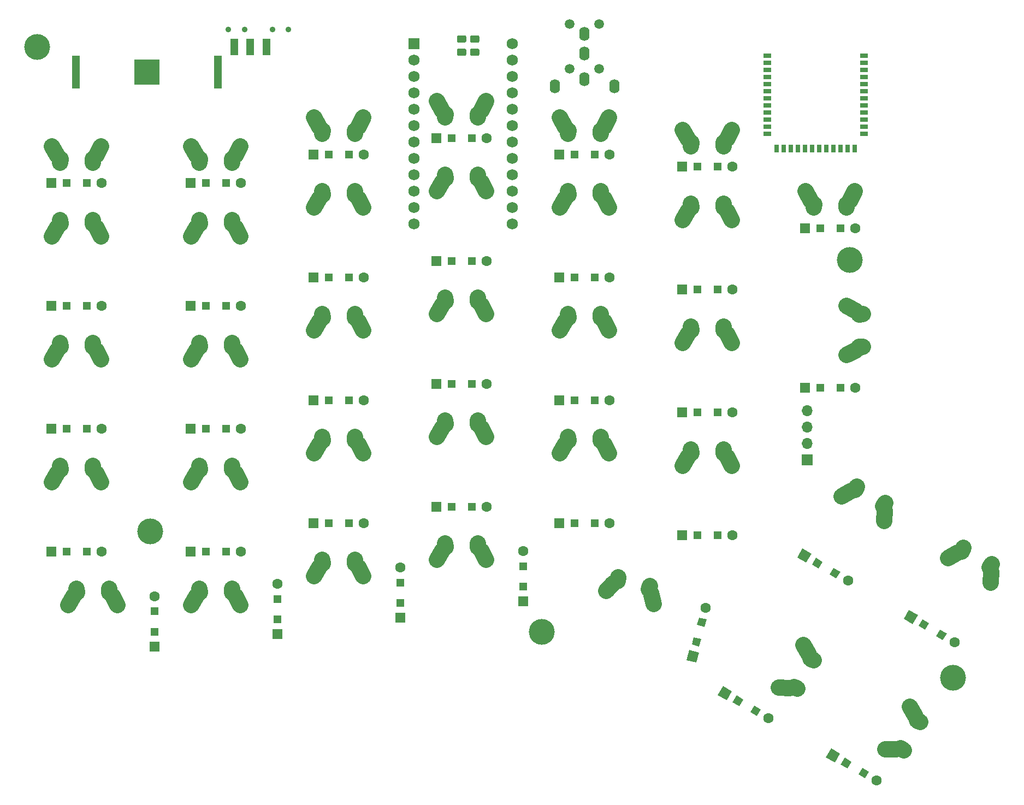
<source format=gbs>
G04 #@! TF.GenerationSoftware,KiCad,Pcbnew,5.1.5-52549c5~84~ubuntu18.04.1*
G04 #@! TF.CreationDate,2020-04-02T09:30:30-07:00*
G04 #@! TF.ProjectId,redox_rev1,7265646f-785f-4726-9576-312e6b696361,1.0*
G04 #@! TF.SameCoordinates,Original*
G04 #@! TF.FileFunction,Soldermask,Bot*
G04 #@! TF.FilePolarity,Negative*
%FSLAX46Y46*%
G04 Gerber Fmt 4.6, Leading zero omitted, Abs format (unit mm)*
G04 Created by KiCad (PCBNEW 5.1.5-52549c5~84~ubuntu18.04.1) date 2020-04-02 09:30:30*
%MOMM*%
%LPD*%
G04 APERTURE LIST*
%ADD10C,2.500000*%
%ADD11R,1.198880X0.698500*%
%ADD12R,0.698500X1.198880*%
%ADD13C,4.000000*%
%ADD14O,1.700000X1.700000*%
%ADD15R,1.700000X1.700000*%
%ADD16R,1.200000X1.200000*%
%ADD17C,1.600000*%
%ADD18R,1.600000X1.600000*%
%ADD19C,0.100000*%
%ADD20C,0.900000*%
%ADD21R,1.250000X2.500000*%
%ADD22O,1.600000X2.200000*%
%ADD23C,1.500000*%
%ADD24R,1.752600X1.752600*%
%ADD25C,1.752600*%
%ADD26R,1.270000X5.080000*%
%ADD27R,3.960000X3.960000*%
G04 APERTURE END LIST*
D10*
X134619724Y-67309328D02*
X134580276Y-66730672D01*
X129080453Y-66229954D02*
X128269547Y-64770046D01*
X135079547Y-66229954D02*
X135890453Y-64770046D01*
X129540276Y-67309328D02*
X129579724Y-66730672D01*
D11*
X213492080Y-67246500D03*
X198495920Y-60647580D03*
X198495920Y-59547760D03*
D12*
X212041740Y-69596000D03*
D11*
X213492080Y-65046860D03*
X213492080Y-63947040D03*
X213492080Y-62847220D03*
X213492080Y-61747400D03*
X213492080Y-60647580D03*
X213492080Y-59547760D03*
X213492080Y-58447940D03*
X213492080Y-57348120D03*
X213492080Y-56248300D03*
X198495920Y-55148480D03*
X198495920Y-56248300D03*
X198495920Y-57348120D03*
X198495920Y-58447940D03*
X198495920Y-61747400D03*
X198495920Y-62847220D03*
X198495920Y-63947040D03*
X198495920Y-65046860D03*
X198495920Y-66146680D03*
X198495920Y-67246500D03*
D12*
X199946260Y-69596000D03*
X201046080Y-69596000D03*
X202145900Y-69596000D03*
X203245720Y-69596000D03*
X204345540Y-69596000D03*
X205445360Y-69596000D03*
X206542640Y-69596000D03*
X207642460Y-69596000D03*
X208742280Y-69596000D03*
X209842100Y-69596000D03*
X210941920Y-69596000D03*
D11*
X213492080Y-55148480D03*
X213492080Y-66146680D03*
D13*
X163576000Y-144526000D03*
X227330000Y-151638000D03*
X85344000Y-53848000D03*
X211328000Y-86868000D03*
D14*
X204724000Y-110236000D03*
X204724000Y-112776000D03*
X204724000Y-115316000D03*
D15*
X204724000Y-117856000D03*
D16*
X93015000Y-74930000D03*
X89865000Y-74930000D03*
D17*
X95340000Y-74930000D03*
D18*
X87540000Y-74930000D03*
D16*
X114605000Y-74930000D03*
X111455000Y-74930000D03*
D17*
X116930000Y-74930000D03*
D18*
X109130000Y-74930000D03*
D16*
X133655000Y-70485000D03*
X130505000Y-70485000D03*
D17*
X135980000Y-70485000D03*
D18*
X128180000Y-70485000D03*
D16*
X152705000Y-67945000D03*
X149555000Y-67945000D03*
D17*
X155030000Y-67945000D03*
D18*
X147230000Y-67945000D03*
D16*
X171755000Y-70485000D03*
X168605000Y-70485000D03*
D17*
X174080000Y-70485000D03*
D18*
X166280000Y-70485000D03*
D16*
X190805000Y-72390000D03*
X187655000Y-72390000D03*
D17*
X193130000Y-72390000D03*
D18*
X185330000Y-72390000D03*
D16*
X209855000Y-81915000D03*
X206705000Y-81915000D03*
D17*
X212180000Y-81915000D03*
D18*
X204380000Y-81915000D03*
D16*
X93015000Y-93980000D03*
X89865000Y-93980000D03*
D17*
X95340000Y-93980000D03*
D18*
X87540000Y-93980000D03*
D16*
X114605000Y-93980000D03*
X111455000Y-93980000D03*
D17*
X116930000Y-93980000D03*
D18*
X109130000Y-93980000D03*
D16*
X133655000Y-89535000D03*
X130505000Y-89535000D03*
D17*
X135980000Y-89535000D03*
D18*
X128180000Y-89535000D03*
D16*
X152705000Y-86995000D03*
X149555000Y-86995000D03*
D17*
X155030000Y-86995000D03*
D18*
X147230000Y-86995000D03*
D16*
X171755000Y-89535000D03*
X168605000Y-89535000D03*
D17*
X174080000Y-89535000D03*
D18*
X166280000Y-89535000D03*
D16*
X190805000Y-91440000D03*
X187655000Y-91440000D03*
D17*
X193130000Y-91440000D03*
D18*
X185330000Y-91440000D03*
D16*
X209855000Y-106680000D03*
X206705000Y-106680000D03*
D17*
X212180000Y-106680000D03*
D18*
X204380000Y-106680000D03*
D16*
X93015000Y-113030000D03*
X89865000Y-113030000D03*
D17*
X95340000Y-113030000D03*
D18*
X87540000Y-113030000D03*
D16*
X114605000Y-113030000D03*
X111455000Y-113030000D03*
D17*
X116930000Y-113030000D03*
D18*
X109130000Y-113030000D03*
D16*
X133655000Y-108585000D03*
X130505000Y-108585000D03*
D17*
X135980000Y-108585000D03*
D18*
X128180000Y-108585000D03*
D16*
X152705000Y-106045000D03*
X149555000Y-106045000D03*
D17*
X155030000Y-106045000D03*
D18*
X147230000Y-106045000D03*
D16*
X171755000Y-108585000D03*
X168605000Y-108585000D03*
D17*
X174080000Y-108585000D03*
D18*
X166280000Y-108585000D03*
D16*
X190805000Y-110490000D03*
X187655000Y-110490000D03*
D17*
X193130000Y-110490000D03*
D18*
X185330000Y-110490000D03*
D19*
G36*
X209828605Y-135187885D02*
G01*
X209228605Y-136227115D01*
X208189375Y-135627115D01*
X208789375Y-134587885D01*
X209828605Y-135187885D01*
G37*
G36*
X207100625Y-133612885D02*
G01*
X206500625Y-134652115D01*
X205461395Y-134052115D01*
X206061395Y-133012885D01*
X207100625Y-133612885D01*
G37*
D17*
X211022499Y-136570000D03*
D19*
G36*
X205360321Y-132377180D02*
G01*
X204560321Y-133762820D01*
X203174681Y-132962820D01*
X203974681Y-131577180D01*
X205360321Y-132377180D01*
G37*
D16*
X93015000Y-132080000D03*
X89865000Y-132080000D03*
D17*
X95340000Y-132080000D03*
D18*
X87540000Y-132080000D03*
D16*
X114605000Y-132080000D03*
X111455000Y-132080000D03*
D17*
X116930000Y-132080000D03*
D18*
X109130000Y-132080000D03*
D16*
X133655000Y-127635000D03*
X130505000Y-127635000D03*
D17*
X135980000Y-127635000D03*
D18*
X128180000Y-127635000D03*
D16*
X152705000Y-125095000D03*
X149555000Y-125095000D03*
D17*
X155030000Y-125095000D03*
D18*
X147230000Y-125095000D03*
D16*
X171755000Y-127635000D03*
X168605000Y-127635000D03*
D17*
X174080000Y-127635000D03*
D18*
X166280000Y-127635000D03*
D16*
X190805000Y-129540000D03*
X187655000Y-129540000D03*
D17*
X193130000Y-129540000D03*
D18*
X185330000Y-129540000D03*
D19*
G36*
X226338605Y-144712885D02*
G01*
X225738605Y-145752115D01*
X224699375Y-145152115D01*
X225299375Y-144112885D01*
X226338605Y-144712885D01*
G37*
G36*
X223610625Y-143137885D02*
G01*
X223010625Y-144177115D01*
X221971395Y-143577115D01*
X222571395Y-142537885D01*
X223610625Y-143137885D01*
G37*
D17*
X227532499Y-146095000D03*
D19*
G36*
X221870321Y-141902180D02*
G01*
X221070321Y-143287820D01*
X219684681Y-142487820D01*
X220484681Y-141102180D01*
X221870321Y-141902180D01*
G37*
D16*
X103505000Y-141300000D03*
X103505000Y-144450000D03*
D17*
X103505000Y-138975000D03*
D18*
X103505000Y-146775000D03*
D16*
X122555000Y-139395000D03*
X122555000Y-142545000D03*
D17*
X122555000Y-137070000D03*
D18*
X122555000Y-144870000D03*
D16*
X141605000Y-136855000D03*
X141605000Y-140005000D03*
D17*
X141605000Y-134530000D03*
D18*
X141605000Y-142330000D03*
D16*
X160655000Y-134315000D03*
X160655000Y-137465000D03*
D17*
X160655000Y-131990000D03*
D18*
X160655000Y-139790000D03*
D19*
G36*
X187943376Y-142269820D02*
G01*
X189102487Y-142580403D01*
X188791904Y-143739514D01*
X187632793Y-143428931D01*
X187943376Y-142269820D01*
G37*
G36*
X187128096Y-145312486D02*
G01*
X188287207Y-145623069D01*
X187976624Y-146782180D01*
X186817513Y-146471597D01*
X187128096Y-145312486D01*
G37*
D17*
X188969394Y-140758889D03*
D19*
G36*
X186384921Y-147313315D02*
G01*
X187930402Y-147727426D01*
X187516291Y-149272907D01*
X185970810Y-148858796D01*
X186384921Y-147313315D01*
G37*
G36*
X197509605Y-156523885D02*
G01*
X196909605Y-157563115D01*
X195870375Y-156963115D01*
X196470375Y-155923885D01*
X197509605Y-156523885D01*
G37*
G36*
X194781625Y-154948885D02*
G01*
X194181625Y-155988115D01*
X193142395Y-155388115D01*
X193742395Y-154348885D01*
X194781625Y-154948885D01*
G37*
D17*
X198703499Y-157906000D03*
D19*
G36*
X193041321Y-153713180D02*
G01*
X192241321Y-155098820D01*
X190855681Y-154298820D01*
X191655681Y-152913180D01*
X193041321Y-153713180D01*
G37*
G36*
X214273605Y-166175885D02*
G01*
X213673605Y-167215115D01*
X212634375Y-166615115D01*
X213234375Y-165575885D01*
X214273605Y-166175885D01*
G37*
G36*
X211545625Y-164600885D02*
G01*
X210945625Y-165640115D01*
X209906395Y-165040115D01*
X210506395Y-164000885D01*
X211545625Y-164600885D01*
G37*
D17*
X215467499Y-167558000D03*
D19*
G36*
X209805321Y-163365180D02*
G01*
X209005321Y-164750820D01*
X207619681Y-163950820D01*
X208419681Y-162565180D01*
X209805321Y-163365180D01*
G37*
D13*
X102870000Y-128905000D03*
D10*
X175391441Y-136041416D02*
X175279779Y-136610566D01*
X180462604Y-138517681D02*
X180868028Y-140137721D01*
X174667925Y-136965002D02*
X173506797Y-138165286D01*
X180297812Y-137356074D02*
X180109940Y-137904804D01*
X88900276Y-118745672D02*
X88939724Y-119324328D01*
X94439547Y-119825046D02*
X95250453Y-121284954D01*
X88440453Y-119825046D02*
X87629547Y-121284954D01*
X93979724Y-118745672D02*
X93940276Y-119324328D01*
X88900276Y-99695672D02*
X88939724Y-100274328D01*
X94439547Y-100775046D02*
X95250453Y-102234954D01*
X88440453Y-100775046D02*
X87629547Y-102234954D01*
X93979724Y-99695672D02*
X93940276Y-100274328D01*
X88900276Y-80645672D02*
X88939724Y-81224328D01*
X94439547Y-81725046D02*
X95250453Y-83184954D01*
X88440453Y-81725046D02*
X87629547Y-83184954D01*
X93979724Y-80645672D02*
X93940276Y-81224328D01*
X93979724Y-71754328D02*
X93940276Y-71175672D01*
X88440453Y-70674954D02*
X87629547Y-69215046D01*
X94439547Y-70674954D02*
X95250453Y-69215046D01*
X88900276Y-71754328D02*
X88939724Y-71175672D01*
X228940198Y-131491310D02*
X228685034Y-132012166D01*
X233197660Y-135195712D02*
X233169972Y-136865482D01*
X228002294Y-132196165D02*
X226570074Y-133055029D01*
X233339130Y-134031034D02*
X233015638Y-134512442D01*
X148590276Y-130810672D02*
X148629724Y-131389328D01*
X154129547Y-131890046D02*
X154940453Y-133349954D01*
X148130453Y-131890046D02*
X147319547Y-133349954D01*
X153669724Y-130810672D02*
X153630276Y-131389328D01*
X129540276Y-133350672D02*
X129579724Y-133929328D01*
X135079547Y-134430046D02*
X135890453Y-135889954D01*
X129080453Y-134430046D02*
X128269547Y-135889954D01*
X134619724Y-133350672D02*
X134580276Y-133929328D01*
X110490276Y-137795672D02*
X110529724Y-138374328D01*
X116029547Y-138875046D02*
X116840453Y-140334954D01*
X110030453Y-138875046D02*
X109219547Y-140334954D01*
X115569724Y-137795672D02*
X115530276Y-138374328D01*
X91440276Y-137795672D02*
X91479724Y-138374328D01*
X96979547Y-138875046D02*
X97790453Y-140334954D01*
X90980453Y-138875046D02*
X90169547Y-140334954D01*
X96519724Y-137795672D02*
X96480276Y-138374328D01*
X186690276Y-116205672D02*
X186729724Y-116784328D01*
X192229547Y-117285046D02*
X193040453Y-118744954D01*
X186230453Y-117285046D02*
X185419547Y-118744954D01*
X191769724Y-116205672D02*
X191730276Y-116784328D01*
X167640276Y-114300672D02*
X167679724Y-114879328D01*
X173179547Y-115380046D02*
X173990453Y-116839954D01*
X167180453Y-115380046D02*
X166369547Y-116839954D01*
X172719724Y-114300672D02*
X172680276Y-114879328D01*
X148590276Y-111760672D02*
X148629724Y-112339328D01*
X154129547Y-112840046D02*
X154940453Y-114299954D01*
X148130453Y-112840046D02*
X147319547Y-114299954D01*
X153669724Y-111760672D02*
X153630276Y-112339328D01*
X129540276Y-114300672D02*
X129579724Y-114879328D01*
X135079547Y-115380046D02*
X135890453Y-116839954D01*
X129080453Y-115380046D02*
X128269547Y-116839954D01*
X134619724Y-114300672D02*
X134580276Y-114879328D01*
X110490276Y-118745672D02*
X110529724Y-119324328D01*
X116029547Y-119825046D02*
X116840453Y-121284954D01*
X110030453Y-119825046D02*
X109219547Y-121284954D01*
X115569724Y-118745672D02*
X115530276Y-119324328D01*
X212430198Y-121966310D02*
X212175034Y-122487166D01*
X216687660Y-125670712D02*
X216659972Y-127340482D01*
X211492294Y-122671165D02*
X210060074Y-123530029D01*
X216829130Y-124506034D02*
X216505638Y-124987442D01*
X186690276Y-97155672D02*
X186729724Y-97734328D01*
X192229547Y-98235046D02*
X193040453Y-99694954D01*
X186230453Y-98235046D02*
X185419547Y-99694954D01*
X191769724Y-97155672D02*
X191730276Y-97734328D01*
X167640276Y-95250672D02*
X167679724Y-95829328D01*
X173179547Y-96330046D02*
X173990453Y-97789954D01*
X167180453Y-96330046D02*
X166369547Y-97789954D01*
X172719724Y-95250672D02*
X172680276Y-95829328D01*
X148590276Y-92710672D02*
X148629724Y-93289328D01*
X154129547Y-93790046D02*
X154940453Y-95249954D01*
X148130453Y-93790046D02*
X147319547Y-95249954D01*
X153669724Y-92710672D02*
X153630276Y-93289328D01*
X129540276Y-95250672D02*
X129579724Y-95829328D01*
X135079547Y-96330046D02*
X135890453Y-97789954D01*
X129080453Y-96330046D02*
X128269547Y-97789954D01*
X134619724Y-95250672D02*
X134580276Y-95829328D01*
X110490276Y-99695672D02*
X110529724Y-100274328D01*
X116029547Y-100775046D02*
X116840453Y-102234954D01*
X110030453Y-100775046D02*
X109219547Y-102234954D01*
X115569724Y-99695672D02*
X115530276Y-100274328D01*
X186690276Y-78105672D02*
X186729724Y-78684328D01*
X192229547Y-79185046D02*
X193040453Y-80644954D01*
X186230453Y-79185046D02*
X185419547Y-80644954D01*
X191769724Y-78105672D02*
X191730276Y-78684328D01*
X167640276Y-76200672D02*
X167679724Y-76779328D01*
X173179547Y-77280046D02*
X173990453Y-78739954D01*
X167180453Y-77280046D02*
X166369547Y-78739954D01*
X172719724Y-76200672D02*
X172680276Y-76779328D01*
X148590276Y-73660672D02*
X148629724Y-74239328D01*
X154129547Y-74740046D02*
X154940453Y-76199954D01*
X148130453Y-74740046D02*
X147319547Y-76199954D01*
X153669724Y-73660672D02*
X153630276Y-74239328D01*
X129540276Y-76200672D02*
X129579724Y-76779328D01*
X135079547Y-77280046D02*
X135890453Y-78739954D01*
X129080453Y-77280046D02*
X128269547Y-78739954D01*
X134619724Y-76200672D02*
X134580276Y-76779328D01*
X110490276Y-80645672D02*
X110529724Y-81224328D01*
X116029547Y-81725046D02*
X116840453Y-83184954D01*
X110030453Y-81725046D02*
X109219547Y-83184954D01*
X115569724Y-80645672D02*
X115530276Y-81224328D01*
X210819724Y-78739328D02*
X210780276Y-78160672D01*
X205280453Y-77659954D02*
X204469547Y-76200046D01*
X211279547Y-77659954D02*
X212090453Y-76200046D01*
X205740276Y-78739328D02*
X205779724Y-78160672D01*
X191769724Y-69214328D02*
X191730276Y-68635672D01*
X186230453Y-68134954D02*
X185419547Y-66675046D01*
X192229547Y-68134954D02*
X193040453Y-66675046D01*
X186690276Y-69214328D02*
X186729724Y-68635672D01*
X172719724Y-67309328D02*
X172680276Y-66730672D01*
X167180453Y-66229954D02*
X166369547Y-64770046D01*
X173179547Y-66229954D02*
X173990453Y-64770046D01*
X167640276Y-67309328D02*
X167679724Y-66730672D01*
X153669724Y-64769328D02*
X153630276Y-64190672D01*
X148130453Y-63689954D02*
X147319547Y-62230046D01*
X154129547Y-63689954D02*
X154940453Y-62230046D01*
X148590276Y-64769328D02*
X148629724Y-64190672D01*
X115569724Y-71754328D02*
X115530276Y-71175672D01*
X110030453Y-70674954D02*
X109219547Y-69215046D01*
X116029547Y-70674954D02*
X116840453Y-69215046D01*
X110490276Y-71754328D02*
X110529724Y-71175672D01*
X213359328Y-95250276D02*
X212780672Y-95289724D01*
X212279954Y-100789547D02*
X210820046Y-101600453D01*
X212279954Y-94790453D02*
X210820046Y-93979547D01*
X213359328Y-100329724D02*
X212780672Y-100290276D01*
X222203690Y-158455198D02*
X221682834Y-158200034D01*
X218499288Y-162712660D02*
X216829518Y-162684972D01*
X221498835Y-157517294D02*
X220639971Y-156085074D01*
X219663966Y-162854130D02*
X219182558Y-162530638D01*
X205693690Y-148930198D02*
X205172834Y-148675034D01*
X201989288Y-153187660D02*
X200319518Y-153159972D01*
X204988835Y-147992294D02*
X204129971Y-146560074D01*
X203153966Y-153329130D02*
X202672558Y-153005638D01*
D20*
X117453200Y-51104800D03*
X124253200Y-51104800D03*
D21*
X115876700Y-53854800D03*
X118376700Y-53854800D03*
X120876700Y-53854800D03*
D20*
X114976700Y-51104800D03*
X121776700Y-51104800D03*
D22*
X170180000Y-54815600D03*
D23*
X167880000Y-50215600D03*
X167880000Y-57215600D03*
D22*
X170180000Y-51815600D03*
X170180000Y-58815600D03*
X165580000Y-59915600D03*
X174780000Y-59915600D03*
D23*
X172480000Y-50215600D03*
X172480000Y-57215600D03*
D24*
X143764000Y-53340000D03*
D25*
X143764000Y-55880000D03*
X143764000Y-58420000D03*
X143764000Y-60960000D03*
X143764000Y-63500000D03*
X143764000Y-66040000D03*
X143764000Y-68580000D03*
X143764000Y-71120000D03*
X143764000Y-73660000D03*
X143764000Y-76200000D03*
X143764000Y-78740000D03*
X159004000Y-81280000D03*
X159004000Y-78740000D03*
X159004000Y-76200000D03*
X159004000Y-73660000D03*
X159004000Y-71120000D03*
X159004000Y-68580000D03*
X159004000Y-66040000D03*
X159004000Y-63500000D03*
X159004000Y-60960000D03*
X159004000Y-58420000D03*
X159004000Y-55880000D03*
X143764000Y-81280000D03*
X159004000Y-53340000D03*
D26*
X91356680Y-57668160D03*
X113326680Y-57668160D03*
D27*
X102341680Y-57668160D03*
D19*
G36*
X151604505Y-54045204D02*
G01*
X151628773Y-54048804D01*
X151652572Y-54054765D01*
X151675671Y-54063030D01*
X151697850Y-54073520D01*
X151718893Y-54086132D01*
X151738599Y-54100747D01*
X151756777Y-54117223D01*
X151773253Y-54135401D01*
X151787868Y-54155107D01*
X151800480Y-54176150D01*
X151810970Y-54198329D01*
X151819235Y-54221428D01*
X151825196Y-54245227D01*
X151828796Y-54269495D01*
X151830000Y-54293999D01*
X151830000Y-54944001D01*
X151828796Y-54968505D01*
X151825196Y-54992773D01*
X151819235Y-55016572D01*
X151810970Y-55039671D01*
X151800480Y-55061850D01*
X151787868Y-55082893D01*
X151773253Y-55102599D01*
X151756777Y-55120777D01*
X151738599Y-55137253D01*
X151718893Y-55151868D01*
X151697850Y-55164480D01*
X151675671Y-55174970D01*
X151652572Y-55183235D01*
X151628773Y-55189196D01*
X151604505Y-55192796D01*
X151580001Y-55194000D01*
X150679999Y-55194000D01*
X150655495Y-55192796D01*
X150631227Y-55189196D01*
X150607428Y-55183235D01*
X150584329Y-55174970D01*
X150562150Y-55164480D01*
X150541107Y-55151868D01*
X150521401Y-55137253D01*
X150503223Y-55120777D01*
X150486747Y-55102599D01*
X150472132Y-55082893D01*
X150459520Y-55061850D01*
X150449030Y-55039671D01*
X150440765Y-55016572D01*
X150434804Y-54992773D01*
X150431204Y-54968505D01*
X150430000Y-54944001D01*
X150430000Y-54293999D01*
X150431204Y-54269495D01*
X150434804Y-54245227D01*
X150440765Y-54221428D01*
X150449030Y-54198329D01*
X150459520Y-54176150D01*
X150472132Y-54155107D01*
X150486747Y-54135401D01*
X150503223Y-54117223D01*
X150521401Y-54100747D01*
X150541107Y-54086132D01*
X150562150Y-54073520D01*
X150584329Y-54063030D01*
X150607428Y-54054765D01*
X150631227Y-54048804D01*
X150655495Y-54045204D01*
X150679999Y-54044000D01*
X151580001Y-54044000D01*
X151604505Y-54045204D01*
G37*
G36*
X151604505Y-51995204D02*
G01*
X151628773Y-51998804D01*
X151652572Y-52004765D01*
X151675671Y-52013030D01*
X151697850Y-52023520D01*
X151718893Y-52036132D01*
X151738599Y-52050747D01*
X151756777Y-52067223D01*
X151773253Y-52085401D01*
X151787868Y-52105107D01*
X151800480Y-52126150D01*
X151810970Y-52148329D01*
X151819235Y-52171428D01*
X151825196Y-52195227D01*
X151828796Y-52219495D01*
X151830000Y-52243999D01*
X151830000Y-52894001D01*
X151828796Y-52918505D01*
X151825196Y-52942773D01*
X151819235Y-52966572D01*
X151810970Y-52989671D01*
X151800480Y-53011850D01*
X151787868Y-53032893D01*
X151773253Y-53052599D01*
X151756777Y-53070777D01*
X151738599Y-53087253D01*
X151718893Y-53101868D01*
X151697850Y-53114480D01*
X151675671Y-53124970D01*
X151652572Y-53133235D01*
X151628773Y-53139196D01*
X151604505Y-53142796D01*
X151580001Y-53144000D01*
X150679999Y-53144000D01*
X150655495Y-53142796D01*
X150631227Y-53139196D01*
X150607428Y-53133235D01*
X150584329Y-53124970D01*
X150562150Y-53114480D01*
X150541107Y-53101868D01*
X150521401Y-53087253D01*
X150503223Y-53070777D01*
X150486747Y-53052599D01*
X150472132Y-53032893D01*
X150459520Y-53011850D01*
X150449030Y-52989671D01*
X150440765Y-52966572D01*
X150434804Y-52942773D01*
X150431204Y-52918505D01*
X150430000Y-52894001D01*
X150430000Y-52243999D01*
X150431204Y-52219495D01*
X150434804Y-52195227D01*
X150440765Y-52171428D01*
X150449030Y-52148329D01*
X150459520Y-52126150D01*
X150472132Y-52105107D01*
X150486747Y-52085401D01*
X150503223Y-52067223D01*
X150521401Y-52050747D01*
X150541107Y-52036132D01*
X150562150Y-52023520D01*
X150584329Y-52013030D01*
X150607428Y-52004765D01*
X150631227Y-51998804D01*
X150655495Y-51995204D01*
X150679999Y-51994000D01*
X151580001Y-51994000D01*
X151604505Y-51995204D01*
G37*
G36*
X153636505Y-54054204D02*
G01*
X153660773Y-54057804D01*
X153684572Y-54063765D01*
X153707671Y-54072030D01*
X153729850Y-54082520D01*
X153750893Y-54095132D01*
X153770599Y-54109747D01*
X153788777Y-54126223D01*
X153805253Y-54144401D01*
X153819868Y-54164107D01*
X153832480Y-54185150D01*
X153842970Y-54207329D01*
X153851235Y-54230428D01*
X153857196Y-54254227D01*
X153860796Y-54278495D01*
X153862000Y-54302999D01*
X153862000Y-54953001D01*
X153860796Y-54977505D01*
X153857196Y-55001773D01*
X153851235Y-55025572D01*
X153842970Y-55048671D01*
X153832480Y-55070850D01*
X153819868Y-55091893D01*
X153805253Y-55111599D01*
X153788777Y-55129777D01*
X153770599Y-55146253D01*
X153750893Y-55160868D01*
X153729850Y-55173480D01*
X153707671Y-55183970D01*
X153684572Y-55192235D01*
X153660773Y-55198196D01*
X153636505Y-55201796D01*
X153612001Y-55203000D01*
X152711999Y-55203000D01*
X152687495Y-55201796D01*
X152663227Y-55198196D01*
X152639428Y-55192235D01*
X152616329Y-55183970D01*
X152594150Y-55173480D01*
X152573107Y-55160868D01*
X152553401Y-55146253D01*
X152535223Y-55129777D01*
X152518747Y-55111599D01*
X152504132Y-55091893D01*
X152491520Y-55070850D01*
X152481030Y-55048671D01*
X152472765Y-55025572D01*
X152466804Y-55001773D01*
X152463204Y-54977505D01*
X152462000Y-54953001D01*
X152462000Y-54302999D01*
X152463204Y-54278495D01*
X152466804Y-54254227D01*
X152472765Y-54230428D01*
X152481030Y-54207329D01*
X152491520Y-54185150D01*
X152504132Y-54164107D01*
X152518747Y-54144401D01*
X152535223Y-54126223D01*
X152553401Y-54109747D01*
X152573107Y-54095132D01*
X152594150Y-54082520D01*
X152616329Y-54072030D01*
X152639428Y-54063765D01*
X152663227Y-54057804D01*
X152687495Y-54054204D01*
X152711999Y-54053000D01*
X153612001Y-54053000D01*
X153636505Y-54054204D01*
G37*
G36*
X153636505Y-52004204D02*
G01*
X153660773Y-52007804D01*
X153684572Y-52013765D01*
X153707671Y-52022030D01*
X153729850Y-52032520D01*
X153750893Y-52045132D01*
X153770599Y-52059747D01*
X153788777Y-52076223D01*
X153805253Y-52094401D01*
X153819868Y-52114107D01*
X153832480Y-52135150D01*
X153842970Y-52157329D01*
X153851235Y-52180428D01*
X153857196Y-52204227D01*
X153860796Y-52228495D01*
X153862000Y-52252999D01*
X153862000Y-52903001D01*
X153860796Y-52927505D01*
X153857196Y-52951773D01*
X153851235Y-52975572D01*
X153842970Y-52998671D01*
X153832480Y-53020850D01*
X153819868Y-53041893D01*
X153805253Y-53061599D01*
X153788777Y-53079777D01*
X153770599Y-53096253D01*
X153750893Y-53110868D01*
X153729850Y-53123480D01*
X153707671Y-53133970D01*
X153684572Y-53142235D01*
X153660773Y-53148196D01*
X153636505Y-53151796D01*
X153612001Y-53153000D01*
X152711999Y-53153000D01*
X152687495Y-53151796D01*
X152663227Y-53148196D01*
X152639428Y-53142235D01*
X152616329Y-53133970D01*
X152594150Y-53123480D01*
X152573107Y-53110868D01*
X152553401Y-53096253D01*
X152535223Y-53079777D01*
X152518747Y-53061599D01*
X152504132Y-53041893D01*
X152491520Y-53020850D01*
X152481030Y-52998671D01*
X152472765Y-52975572D01*
X152466804Y-52951773D01*
X152463204Y-52927505D01*
X152462000Y-52903001D01*
X152462000Y-52252999D01*
X152463204Y-52228495D01*
X152466804Y-52204227D01*
X152472765Y-52180428D01*
X152481030Y-52157329D01*
X152491520Y-52135150D01*
X152504132Y-52114107D01*
X152518747Y-52094401D01*
X152535223Y-52076223D01*
X152553401Y-52059747D01*
X152573107Y-52045132D01*
X152594150Y-52032520D01*
X152616329Y-52022030D01*
X152639428Y-52013765D01*
X152663227Y-52007804D01*
X152687495Y-52004204D01*
X152711999Y-52003000D01*
X153612001Y-52003000D01*
X153636505Y-52004204D01*
G37*
M02*

</source>
